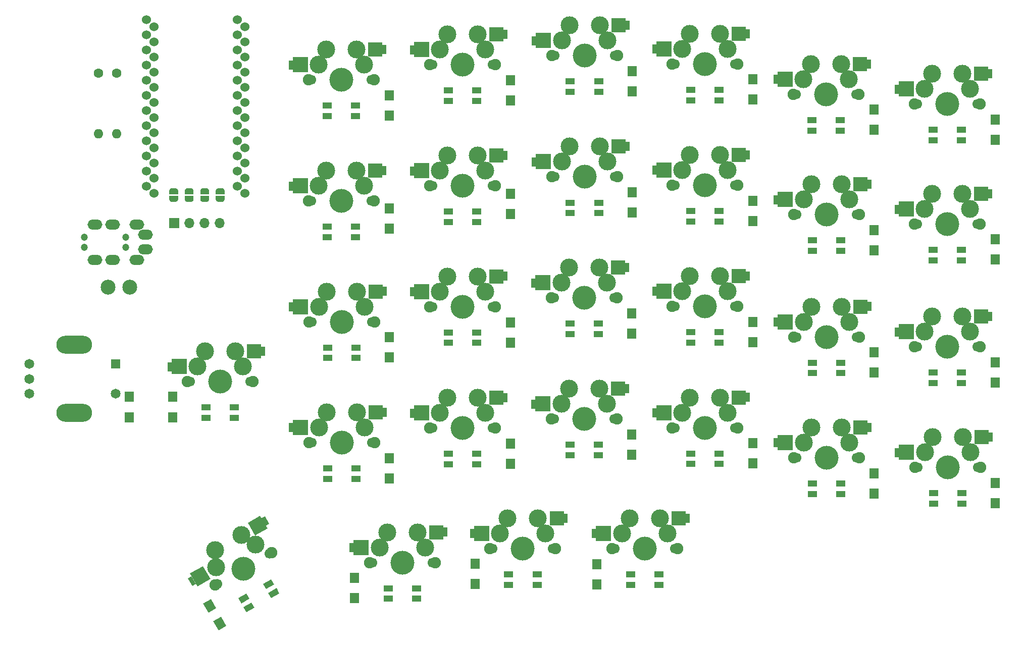
<source format=gbr>
%TF.GenerationSoftware,KiCad,Pcbnew,(5.1.8)-1*%
%TF.CreationDate,2020-12-16T21:53:35-07:00*%
%TF.ProjectId,RGBCakeBoard,52474243-616b-4654-926f-6172642e6b69,rev?*%
%TF.SameCoordinates,Original*%
%TF.FileFunction,Soldermask,Bot*%
%TF.FilePolarity,Negative*%
%FSLAX46Y46*%
G04 Gerber Fmt 4.6, Leading zero omitted, Abs format (unit mm)*
G04 Created by KiCad (PCBNEW (5.1.8)-1) date 2020-12-16 21:53:35*
%MOMM*%
%LPD*%
G01*
G04 APERTURE LIST*
%ADD10R,0.700000X1.500000*%
%ADD11C,3.000000*%
%ADD12C,0.100000*%
%ADD13R,2.500000X2.500000*%
%ADD14C,4.000000*%
%ADD15C,1.900000*%
%ADD16C,1.700000*%
%ADD17R,2.400000X2.400000*%
%ADD18C,0.100000*%
%ADD19R,1.500000X1.800000*%
%ADD20O,2.500000X1.700000*%
%ADD21C,1.200000*%
%ADD22O,1.600000X1.600000*%
%ADD23C,1.600000*%
%ADD24R,1.650000X1.650000*%
%ADD25C,1.650000*%
%ADD26O,6.000000X3.000000*%
%ADD27R,1.600000X1.000000*%
%ADD28C,1.524000*%
%ADD29O,1.700000X1.700000*%
%ADD30R,1.700000X1.700000*%
%ADD31C,2.499360*%
G04 APERTURE END LIST*
D10*
%TO.C,SW13*%
X88020000Y-106656500D03*
X103720000Y-104056500D03*
D11*
X100330000Y-106616500D03*
X100330000Y-106616500D03*
X93980000Y-104076500D03*
D12*
X100345000Y-106576500D03*
X92695000Y-106576500D03*
D13*
X89620000Y-106616500D03*
D11*
X99060000Y-104076500D03*
D14*
X96520000Y-109156500D03*
D15*
X91020000Y-109156500D03*
X102020000Y-109156500D03*
D16*
X101600000Y-109156500D03*
X91440000Y-109156500D03*
D11*
X92710000Y-106616499D03*
D17*
X102220000Y-104076500D03*
%TD*%
D18*
%TO.C,SW20*%
G36*
X91856618Y-143475660D02*
G01*
X91106618Y-142176622D01*
X91712836Y-141826622D01*
X92462836Y-143125660D01*
X91856618Y-143475660D01*
G37*
G36*
X104153217Y-133373994D02*
G01*
X103403217Y-132074956D01*
X104009435Y-131724956D01*
X104759435Y-133023994D01*
X104153217Y-133373994D01*
G37*
D11*
X102425500Y-136461500D03*
X102425500Y-136461500D03*
X95656238Y-137436796D03*
D12*
X102418490Y-136419359D03*
X95793396Y-140244359D03*
D18*
G36*
X93607900Y-140108968D02*
G01*
X94857900Y-142274032D01*
X92692836Y-143524032D01*
X91442836Y-141358968D01*
X93607900Y-140108968D01*
G37*
D11*
X100055648Y-134896796D03*
D14*
X100395943Y-140566205D03*
D15*
X95632803Y-143316205D03*
X105159083Y-137816205D03*
D16*
X104795352Y-138026205D03*
X95996534Y-143106205D03*
D11*
X95826386Y-140271500D03*
D18*
G36*
X103231518Y-131677566D02*
G01*
X104431518Y-133756026D01*
X102353058Y-134956026D01*
X101153058Y-132877566D01*
X103231518Y-131677566D01*
G37*
%TD*%
D19*
%TO.C,D18*%
X206184500Y-107618000D03*
X206184500Y-104218000D03*
%TD*%
D20*
%TO.C,J3*%
X83999500Y-86999500D03*
X82499500Y-82799500D03*
X78499500Y-82799500D03*
X75499500Y-82799500D03*
D21*
X80699500Y-84899500D03*
X73699500Y-84899500D03*
D20*
X78499500Y-88749500D03*
X75499500Y-88749500D03*
X83999500Y-84549500D03*
X82499500Y-88749500D03*
D21*
X73699500Y-86649500D03*
X80699500Y-86649500D03*
%TD*%
D22*
%TO.C,R2*%
X79184500Y-67564000D03*
D23*
X79184500Y-57404000D03*
%TD*%
D22*
%TO.C,R1*%
X76136500Y-67564000D03*
D23*
X76136500Y-57404000D03*
%TD*%
D24*
%TO.C,SW31*%
X79009000Y-106212000D03*
D25*
X79009000Y-111212000D03*
X64509000Y-106212000D03*
X64509000Y-108712000D03*
X64509000Y-111212000D03*
D26*
X72009000Y-103012000D03*
X72009000Y-114412000D03*
%TD*%
D19*
%TO.C,D57*%
X81305400Y-115134600D03*
X81305400Y-111734600D03*
%TD*%
D18*
%TO.C,JP5*%
G36*
X87960102Y-77201000D02*
G01*
X87960102Y-77176466D01*
X87964912Y-77127635D01*
X87974484Y-77079510D01*
X87988728Y-77032555D01*
X88007505Y-76987222D01*
X88030636Y-76943949D01*
X88057896Y-76903150D01*
X88089024Y-76865221D01*
X88123721Y-76830524D01*
X88161650Y-76799396D01*
X88202449Y-76772136D01*
X88245722Y-76749005D01*
X88291055Y-76730228D01*
X88338010Y-76715984D01*
X88386135Y-76706412D01*
X88434966Y-76701602D01*
X88459500Y-76701602D01*
X88459500Y-76701000D01*
X88959500Y-76701000D01*
X88959500Y-76701602D01*
X88984034Y-76701602D01*
X89032865Y-76706412D01*
X89080990Y-76715984D01*
X89127945Y-76730228D01*
X89173278Y-76749005D01*
X89216551Y-76772136D01*
X89257350Y-76799396D01*
X89295279Y-76830524D01*
X89329976Y-76865221D01*
X89361104Y-76903150D01*
X89388364Y-76943949D01*
X89411495Y-76987222D01*
X89430272Y-77032555D01*
X89444516Y-77079510D01*
X89454088Y-77127635D01*
X89458898Y-77176466D01*
X89458898Y-77201000D01*
X89459500Y-77201000D01*
X89459500Y-77701000D01*
X87959500Y-77701000D01*
X87959500Y-77201000D01*
X87960102Y-77201000D01*
G37*
G36*
X89459500Y-78001000D02*
G01*
X89459500Y-78501000D01*
X89458898Y-78501000D01*
X89458898Y-78525534D01*
X89454088Y-78574365D01*
X89444516Y-78622490D01*
X89430272Y-78669445D01*
X89411495Y-78714778D01*
X89388364Y-78758051D01*
X89361104Y-78798850D01*
X89329976Y-78836779D01*
X89295279Y-78871476D01*
X89257350Y-78902604D01*
X89216551Y-78929864D01*
X89173278Y-78952995D01*
X89127945Y-78971772D01*
X89080990Y-78986016D01*
X89032865Y-78995588D01*
X88984034Y-79000398D01*
X88959500Y-79000398D01*
X88959500Y-79001000D01*
X88459500Y-79001000D01*
X88459500Y-79000398D01*
X88434966Y-79000398D01*
X88386135Y-78995588D01*
X88338010Y-78986016D01*
X88291055Y-78971772D01*
X88245722Y-78952995D01*
X88202449Y-78929864D01*
X88161650Y-78902604D01*
X88123721Y-78871476D01*
X88089024Y-78836779D01*
X88057896Y-78798850D01*
X88030636Y-78758051D01*
X88007505Y-78714778D01*
X87988728Y-78669445D01*
X87974484Y-78622490D01*
X87964912Y-78574365D01*
X87960102Y-78525534D01*
X87960102Y-78501000D01*
X87959500Y-78501000D01*
X87959500Y-78001000D01*
X89459500Y-78001000D01*
G37*
%TD*%
%TO.C,JP4*%
G36*
X90563602Y-77216000D02*
G01*
X90563602Y-77191466D01*
X90568412Y-77142635D01*
X90577984Y-77094510D01*
X90592228Y-77047555D01*
X90611005Y-77002222D01*
X90634136Y-76958949D01*
X90661396Y-76918150D01*
X90692524Y-76880221D01*
X90727221Y-76845524D01*
X90765150Y-76814396D01*
X90805949Y-76787136D01*
X90849222Y-76764005D01*
X90894555Y-76745228D01*
X90941510Y-76730984D01*
X90989635Y-76721412D01*
X91038466Y-76716602D01*
X91063000Y-76716602D01*
X91063000Y-76716000D01*
X91563000Y-76716000D01*
X91563000Y-76716602D01*
X91587534Y-76716602D01*
X91636365Y-76721412D01*
X91684490Y-76730984D01*
X91731445Y-76745228D01*
X91776778Y-76764005D01*
X91820051Y-76787136D01*
X91860850Y-76814396D01*
X91898779Y-76845524D01*
X91933476Y-76880221D01*
X91964604Y-76918150D01*
X91991864Y-76958949D01*
X92014995Y-77002222D01*
X92033772Y-77047555D01*
X92048016Y-77094510D01*
X92057588Y-77142635D01*
X92062398Y-77191466D01*
X92062398Y-77216000D01*
X92063000Y-77216000D01*
X92063000Y-77716000D01*
X90563000Y-77716000D01*
X90563000Y-77216000D01*
X90563602Y-77216000D01*
G37*
G36*
X92063000Y-78016000D02*
G01*
X92063000Y-78516000D01*
X92062398Y-78516000D01*
X92062398Y-78540534D01*
X92057588Y-78589365D01*
X92048016Y-78637490D01*
X92033772Y-78684445D01*
X92014995Y-78729778D01*
X91991864Y-78773051D01*
X91964604Y-78813850D01*
X91933476Y-78851779D01*
X91898779Y-78886476D01*
X91860850Y-78917604D01*
X91820051Y-78944864D01*
X91776778Y-78967995D01*
X91731445Y-78986772D01*
X91684490Y-79001016D01*
X91636365Y-79010588D01*
X91587534Y-79015398D01*
X91563000Y-79015398D01*
X91563000Y-79016000D01*
X91063000Y-79016000D01*
X91063000Y-79015398D01*
X91038466Y-79015398D01*
X90989635Y-79010588D01*
X90941510Y-79001016D01*
X90894555Y-78986772D01*
X90849222Y-78967995D01*
X90805949Y-78944864D01*
X90765150Y-78917604D01*
X90727221Y-78886476D01*
X90692524Y-78851779D01*
X90661396Y-78813850D01*
X90634136Y-78773051D01*
X90611005Y-78729778D01*
X90592228Y-78684445D01*
X90577984Y-78637490D01*
X90568412Y-78589365D01*
X90563602Y-78540534D01*
X90563602Y-78516000D01*
X90563000Y-78516000D01*
X90563000Y-78016000D01*
X92063000Y-78016000D01*
G37*
%TD*%
%TO.C,JP3*%
G36*
X93167102Y-77216000D02*
G01*
X93167102Y-77191466D01*
X93171912Y-77142635D01*
X93181484Y-77094510D01*
X93195728Y-77047555D01*
X93214505Y-77002222D01*
X93237636Y-76958949D01*
X93264896Y-76918150D01*
X93296024Y-76880221D01*
X93330721Y-76845524D01*
X93368650Y-76814396D01*
X93409449Y-76787136D01*
X93452722Y-76764005D01*
X93498055Y-76745228D01*
X93545010Y-76730984D01*
X93593135Y-76721412D01*
X93641966Y-76716602D01*
X93666500Y-76716602D01*
X93666500Y-76716000D01*
X94166500Y-76716000D01*
X94166500Y-76716602D01*
X94191034Y-76716602D01*
X94239865Y-76721412D01*
X94287990Y-76730984D01*
X94334945Y-76745228D01*
X94380278Y-76764005D01*
X94423551Y-76787136D01*
X94464350Y-76814396D01*
X94502279Y-76845524D01*
X94536976Y-76880221D01*
X94568104Y-76918150D01*
X94595364Y-76958949D01*
X94618495Y-77002222D01*
X94637272Y-77047555D01*
X94651516Y-77094510D01*
X94661088Y-77142635D01*
X94665898Y-77191466D01*
X94665898Y-77216000D01*
X94666500Y-77216000D01*
X94666500Y-77716000D01*
X93166500Y-77716000D01*
X93166500Y-77216000D01*
X93167102Y-77216000D01*
G37*
G36*
X94666500Y-78016000D02*
G01*
X94666500Y-78516000D01*
X94665898Y-78516000D01*
X94665898Y-78540534D01*
X94661088Y-78589365D01*
X94651516Y-78637490D01*
X94637272Y-78684445D01*
X94618495Y-78729778D01*
X94595364Y-78773051D01*
X94568104Y-78813850D01*
X94536976Y-78851779D01*
X94502279Y-78886476D01*
X94464350Y-78917604D01*
X94423551Y-78944864D01*
X94380278Y-78967995D01*
X94334945Y-78986772D01*
X94287990Y-79001016D01*
X94239865Y-79010588D01*
X94191034Y-79015398D01*
X94166500Y-79015398D01*
X94166500Y-79016000D01*
X93666500Y-79016000D01*
X93666500Y-79015398D01*
X93641966Y-79015398D01*
X93593135Y-79010588D01*
X93545010Y-79001016D01*
X93498055Y-78986772D01*
X93452722Y-78967995D01*
X93409449Y-78944864D01*
X93368650Y-78917604D01*
X93330721Y-78886476D01*
X93296024Y-78851779D01*
X93264896Y-78813850D01*
X93237636Y-78773051D01*
X93214505Y-78729778D01*
X93195728Y-78684445D01*
X93181484Y-78637490D01*
X93171912Y-78589365D01*
X93167102Y-78540534D01*
X93167102Y-78516000D01*
X93166500Y-78516000D01*
X93166500Y-78016000D01*
X94666500Y-78016000D01*
G37*
%TD*%
%TO.C,JP2*%
G36*
X95770602Y-77201000D02*
G01*
X95770602Y-77176466D01*
X95775412Y-77127635D01*
X95784984Y-77079510D01*
X95799228Y-77032555D01*
X95818005Y-76987222D01*
X95841136Y-76943949D01*
X95868396Y-76903150D01*
X95899524Y-76865221D01*
X95934221Y-76830524D01*
X95972150Y-76799396D01*
X96012949Y-76772136D01*
X96056222Y-76749005D01*
X96101555Y-76730228D01*
X96148510Y-76715984D01*
X96196635Y-76706412D01*
X96245466Y-76701602D01*
X96270000Y-76701602D01*
X96270000Y-76701000D01*
X96770000Y-76701000D01*
X96770000Y-76701602D01*
X96794534Y-76701602D01*
X96843365Y-76706412D01*
X96891490Y-76715984D01*
X96938445Y-76730228D01*
X96983778Y-76749005D01*
X97027051Y-76772136D01*
X97067850Y-76799396D01*
X97105779Y-76830524D01*
X97140476Y-76865221D01*
X97171604Y-76903150D01*
X97198864Y-76943949D01*
X97221995Y-76987222D01*
X97240772Y-77032555D01*
X97255016Y-77079510D01*
X97264588Y-77127635D01*
X97269398Y-77176466D01*
X97269398Y-77201000D01*
X97270000Y-77201000D01*
X97270000Y-77701000D01*
X95770000Y-77701000D01*
X95770000Y-77201000D01*
X95770602Y-77201000D01*
G37*
G36*
X97270000Y-78001000D02*
G01*
X97270000Y-78501000D01*
X97269398Y-78501000D01*
X97269398Y-78525534D01*
X97264588Y-78574365D01*
X97255016Y-78622490D01*
X97240772Y-78669445D01*
X97221995Y-78714778D01*
X97198864Y-78758051D01*
X97171604Y-78798850D01*
X97140476Y-78836779D01*
X97105779Y-78871476D01*
X97067850Y-78902604D01*
X97027051Y-78929864D01*
X96983778Y-78952995D01*
X96938445Y-78971772D01*
X96891490Y-78986016D01*
X96843365Y-78995588D01*
X96794534Y-79000398D01*
X96770000Y-79000398D01*
X96770000Y-79001000D01*
X96270000Y-79001000D01*
X96270000Y-79000398D01*
X96245466Y-79000398D01*
X96196635Y-78995588D01*
X96148510Y-78986016D01*
X96101555Y-78971772D01*
X96056222Y-78952995D01*
X96012949Y-78929864D01*
X95972150Y-78902604D01*
X95934221Y-78871476D01*
X95899524Y-78836779D01*
X95868396Y-78798850D01*
X95841136Y-78758051D01*
X95818005Y-78714778D01*
X95799228Y-78669445D01*
X95784984Y-78622490D01*
X95775412Y-78574365D01*
X95770602Y-78525534D01*
X95770602Y-78501000D01*
X95770000Y-78501000D01*
X95770000Y-78001000D01*
X97270000Y-78001000D01*
G37*
%TD*%
D10*
%TO.C,SW16*%
X149043500Y-92623000D03*
X164743500Y-90023000D03*
D11*
X161353500Y-92583000D03*
X161353500Y-92583000D03*
X155003500Y-90043000D03*
D12*
X161368500Y-92543000D03*
X153718500Y-92543000D03*
D13*
X150643500Y-92583000D03*
D11*
X160083500Y-90043000D03*
D14*
X157543500Y-95123000D03*
D15*
X152043500Y-95123000D03*
X163043500Y-95123000D03*
D16*
X162623500Y-95123000D03*
X152463500Y-95123000D03*
D11*
X153733500Y-92582999D03*
D17*
X163243500Y-90043000D03*
%TD*%
D27*
%TO.C,D58*%
X165303500Y-141492000D03*
X165303500Y-143242000D03*
X170103500Y-143242000D03*
X170103500Y-141492000D03*
%TD*%
%TO.C,D57*%
X144856500Y-141492000D03*
X144856500Y-143242000D03*
X149656500Y-143242000D03*
X149656500Y-141492000D03*
%TD*%
D28*
%TO.C,U1*%
X99377500Y-48450500D03*
X99377500Y-50990500D03*
X99377500Y-53530500D03*
X99377500Y-56070500D03*
X99377500Y-58610500D03*
X99377500Y-61150500D03*
X99377500Y-63690500D03*
X99377500Y-66230500D03*
X99377500Y-68770500D03*
X99377500Y-71310500D03*
X99377500Y-73850500D03*
X99377500Y-76390500D03*
X84137500Y-76390500D03*
X84137500Y-73850500D03*
X84137500Y-71310500D03*
X84137500Y-68770500D03*
X84137500Y-66230500D03*
X84137500Y-63690500D03*
X84137500Y-61150500D03*
X84137500Y-58610500D03*
X84137500Y-56070500D03*
X84137500Y-53530500D03*
X84137500Y-50990500D03*
X84137500Y-48450500D03*
X100676315Y-59806245D03*
X100676315Y-64886245D03*
X85436315Y-49646245D03*
X100676315Y-52186245D03*
X100676315Y-75046245D03*
X85436315Y-77586245D03*
X100676315Y-67426245D03*
X100676315Y-69966245D03*
X85436315Y-67426245D03*
X85436315Y-72506245D03*
X85436315Y-59806245D03*
X85436315Y-57266245D03*
X85436315Y-52186245D03*
X85436315Y-62346245D03*
X100676315Y-77586245D03*
X85436315Y-69966245D03*
X100676315Y-49646245D03*
X100676315Y-54726245D03*
X85436315Y-75046245D03*
X100676315Y-57266245D03*
X100676315Y-62346245D03*
X85436315Y-64886245D03*
X100676315Y-72506245D03*
X85436315Y-54726245D03*
%TD*%
D29*
%TO.C,J4*%
X96456500Y-82550000D03*
X93916500Y-82550000D03*
X91376500Y-82550000D03*
D30*
X88836500Y-82550000D03*
%TD*%
D19*
%TO.C,D29*%
X159702500Y-143163500D03*
X159702500Y-139763500D03*
%TD*%
%TO.C,D28*%
X139255500Y-143114500D03*
X139255500Y-139714500D03*
%TD*%
%TO.C,D27*%
X119062500Y-145464000D03*
X119062500Y-142064000D03*
%TD*%
%TO.C,D26*%
X226504500Y-129574500D03*
X226504500Y-126174500D03*
%TD*%
%TO.C,D25*%
X206184500Y-127938000D03*
X206184500Y-124538000D03*
%TD*%
%TO.C,D24*%
X185801000Y-122843500D03*
X185801000Y-119443500D03*
%TD*%
%TO.C,D23*%
X165544500Y-121461000D03*
X165544500Y-118061000D03*
%TD*%
%TO.C,D22*%
X145161000Y-122985000D03*
X145161000Y-119585000D03*
%TD*%
%TO.C,D21*%
X124904500Y-125398000D03*
X124904500Y-121998000D03*
%TD*%
D18*
%TO.C,D20*%
G36*
X97556019Y-150137423D02*
G01*
X96256981Y-150887423D01*
X95356981Y-149328577D01*
X96656019Y-148578577D01*
X97556019Y-150137423D01*
G37*
G36*
X95856019Y-147192937D02*
G01*
X94556981Y-147942937D01*
X93656981Y-146384091D01*
X94956019Y-145634091D01*
X95856019Y-147192937D01*
G37*
%TD*%
D19*
%TO.C,D19*%
X226441000Y-109332500D03*
X226441000Y-105932500D03*
%TD*%
%TO.C,D17*%
X185801000Y-102538000D03*
X185801000Y-99138000D03*
%TD*%
%TO.C,D16*%
X165544500Y-101141000D03*
X165544500Y-97741000D03*
%TD*%
%TO.C,D15*%
X145161000Y-102616000D03*
X145161000Y-99216000D03*
%TD*%
%TO.C,D14*%
X124904500Y-105078000D03*
X124904500Y-101678000D03*
%TD*%
%TO.C,D13*%
X88519000Y-115125500D03*
X88519000Y-111725500D03*
%TD*%
%TO.C,D12*%
X226441000Y-88695000D03*
X226441000Y-85295000D03*
%TD*%
%TO.C,D11*%
X206184500Y-87171000D03*
X206184500Y-83771000D03*
%TD*%
%TO.C,D10*%
X185801000Y-82218000D03*
X185801000Y-78818000D03*
%TD*%
%TO.C,D9*%
X165608000Y-80806500D03*
X165608000Y-77406500D03*
%TD*%
%TO.C,D8*%
X145161000Y-81075000D03*
X145161000Y-77675000D03*
%TD*%
%TO.C,D7*%
X124841000Y-83537000D03*
X124841000Y-80137000D03*
%TD*%
%TO.C,D6*%
X226441000Y-68580000D03*
X226441000Y-65180000D03*
%TD*%
%TO.C,D5*%
X206121000Y-66929000D03*
X206121000Y-63529000D03*
%TD*%
%TO.C,D4*%
X185801000Y-61849000D03*
X185801000Y-58449000D03*
%TD*%
%TO.C,D3*%
X165608000Y-60452000D03*
X165608000Y-57052000D03*
%TD*%
%TO.C,D2*%
X145161000Y-61976000D03*
X145161000Y-58576000D03*
%TD*%
%TO.C,D1*%
X124841000Y-64516000D03*
X124841000Y-61116000D03*
%TD*%
D31*
%TO.C,J2*%
X77724000Y-93345000D03*
%TD*%
%TO.C,J1*%
X81343500Y-93345000D03*
%TD*%
D27*
%TO.C,D56*%
X124663500Y-143841500D03*
X124663500Y-145591500D03*
X129463500Y-145591500D03*
X129463500Y-143841500D03*
%TD*%
D18*
%TO.C,D55*%
G36*
X100923859Y-144706715D02*
G01*
X101423859Y-145572741D01*
X100038219Y-146372741D01*
X99538219Y-145506715D01*
X100923859Y-144706715D01*
G37*
G36*
X101798859Y-146222259D02*
G01*
X102298859Y-147088285D01*
X100913219Y-147888285D01*
X100413219Y-147022259D01*
X101798859Y-146222259D01*
G37*
G36*
X105955781Y-143822259D02*
G01*
X106455781Y-144688285D01*
X105070141Y-145488285D01*
X104570141Y-144622259D01*
X105955781Y-143822259D01*
G37*
G36*
X105080781Y-142306715D02*
G01*
X105580781Y-143172741D01*
X104195141Y-143972741D01*
X103695141Y-143106715D01*
X105080781Y-142306715D01*
G37*
%TD*%
D27*
%TO.C,D54*%
X119303500Y-125462000D03*
X119303500Y-123712000D03*
X114503500Y-123712000D03*
X114503500Y-125462000D03*
%TD*%
%TO.C,D53*%
X139560000Y-123049000D03*
X139560000Y-121299000D03*
X134760000Y-121299000D03*
X134760000Y-123049000D03*
%TD*%
%TO.C,D52*%
X159943500Y-121525000D03*
X159943500Y-119775000D03*
X155143500Y-119775000D03*
X155143500Y-121525000D03*
%TD*%
%TO.C,D51*%
X180200000Y-122985500D03*
X180200000Y-121235500D03*
X175400000Y-121235500D03*
X175400000Y-122985500D03*
%TD*%
%TO.C,D50*%
X200583500Y-128002000D03*
X200583500Y-126252000D03*
X195783500Y-126252000D03*
X195783500Y-128002000D03*
%TD*%
%TO.C,D49*%
X220903500Y-129653000D03*
X220903500Y-127903000D03*
X216103500Y-127903000D03*
X216103500Y-129653000D03*
%TD*%
%TO.C,D48*%
X216040000Y-107646500D03*
X216040000Y-109396500D03*
X220840000Y-109396500D03*
X220840000Y-107646500D03*
%TD*%
%TO.C,D47*%
X195783500Y-105995500D03*
X195783500Y-107745500D03*
X200583500Y-107745500D03*
X200583500Y-105995500D03*
%TD*%
%TO.C,D46*%
X175400000Y-100852000D03*
X175400000Y-102602000D03*
X180200000Y-102602000D03*
X180200000Y-100852000D03*
%TD*%
%TO.C,D45*%
X155143500Y-99455000D03*
X155143500Y-101205000D03*
X159943500Y-101205000D03*
X159943500Y-99455000D03*
%TD*%
%TO.C,D44*%
X134760000Y-100915500D03*
X134760000Y-102665500D03*
X139560000Y-102665500D03*
X139560000Y-100915500D03*
%TD*%
%TO.C,D43*%
X114503500Y-103455500D03*
X114503500Y-105205500D03*
X119303500Y-105205500D03*
X119303500Y-103455500D03*
%TD*%
%TO.C,D42*%
X98920000Y-115238500D03*
X98920000Y-113488500D03*
X94120000Y-113488500D03*
X94120000Y-115238500D03*
%TD*%
%TO.C,D41*%
X119240000Y-84949000D03*
X119240000Y-83199000D03*
X114440000Y-83199000D03*
X114440000Y-84949000D03*
%TD*%
%TO.C,D40*%
X139560000Y-82409000D03*
X139560000Y-80659000D03*
X134760000Y-80659000D03*
X134760000Y-82409000D03*
%TD*%
%TO.C,D39*%
X160020000Y-80899000D03*
X160020000Y-79149000D03*
X155220000Y-79149000D03*
X155220000Y-80899000D03*
%TD*%
%TO.C,D38*%
X180200000Y-82282000D03*
X180200000Y-80532000D03*
X175400000Y-80532000D03*
X175400000Y-82282000D03*
%TD*%
%TO.C,D37*%
X200583500Y-87235000D03*
X200583500Y-85485000D03*
X195783500Y-85485000D03*
X195783500Y-87235000D03*
%TD*%
%TO.C,D36*%
X220840000Y-88822500D03*
X220840000Y-87072500D03*
X216040000Y-87072500D03*
X216040000Y-88822500D03*
%TD*%
%TO.C,D35*%
X216040000Y-66943000D03*
X216040000Y-68693000D03*
X220840000Y-68693000D03*
X220840000Y-66943000D03*
%TD*%
%TO.C,D34*%
X195720000Y-65292000D03*
X195720000Y-67042000D03*
X200520000Y-67042000D03*
X200520000Y-65292000D03*
%TD*%
%TO.C,D33*%
X175400000Y-60212000D03*
X175400000Y-61962000D03*
X180200000Y-61962000D03*
X180200000Y-60212000D03*
%TD*%
%TO.C,D32*%
X155207000Y-58815000D03*
X155207000Y-60565000D03*
X160007000Y-60565000D03*
X160007000Y-58815000D03*
%TD*%
%TO.C,D31*%
X134760000Y-60339000D03*
X134760000Y-62089000D03*
X139560000Y-62089000D03*
X139560000Y-60339000D03*
%TD*%
%TO.C,D30*%
X114440000Y-62879000D03*
X114440000Y-64629000D03*
X119240000Y-64629000D03*
X119240000Y-62879000D03*
%TD*%
D10*
%TO.C,SW29*%
X159203500Y-134660000D03*
X174903500Y-132060000D03*
D11*
X171513500Y-134620000D03*
X171513500Y-134620000D03*
X165163500Y-132080000D03*
D12*
X171528500Y-134580000D03*
X163878500Y-134580000D03*
D13*
X160803500Y-134620000D03*
D11*
X170243500Y-132080000D03*
D14*
X167703500Y-137160000D03*
D15*
X162203500Y-137160000D03*
X173203500Y-137160000D03*
D16*
X172783500Y-137160000D03*
X162623500Y-137160000D03*
D11*
X163893500Y-134619999D03*
D17*
X173403500Y-132080000D03*
%TD*%
D10*
%TO.C,SW28*%
X138756500Y-134660000D03*
X154456500Y-132060000D03*
D11*
X151066500Y-134620000D03*
X151066500Y-134620000D03*
X144716500Y-132080000D03*
D12*
X151081500Y-134580000D03*
X143431500Y-134580000D03*
D13*
X140356500Y-134620000D03*
D11*
X149796500Y-132080000D03*
D14*
X147256500Y-137160000D03*
D15*
X141756500Y-137160000D03*
X152756500Y-137160000D03*
D16*
X152336500Y-137160000D03*
X142176500Y-137160000D03*
D11*
X143446500Y-134619999D03*
D17*
X152956500Y-132080000D03*
%TD*%
D10*
%TO.C,SW27*%
X118563500Y-137009500D03*
X134263500Y-134409500D03*
D11*
X130873500Y-136969500D03*
X130873500Y-136969500D03*
X124523500Y-134429500D03*
D12*
X130888500Y-136929500D03*
X123238500Y-136929500D03*
D13*
X120163500Y-136969500D03*
D11*
X129603500Y-134429500D03*
D14*
X127063500Y-139509500D03*
D15*
X121563500Y-139509500D03*
X132563500Y-139509500D03*
D16*
X132143500Y-139509500D03*
X121983500Y-139509500D03*
D11*
X123253500Y-136969499D03*
D17*
X132763500Y-134429500D03*
%TD*%
D10*
%TO.C,SW26*%
X210003500Y-121071000D03*
X225703500Y-118471000D03*
D11*
X222313500Y-121031000D03*
X222313500Y-121031000D03*
X215963500Y-118491000D03*
D12*
X222328500Y-120991000D03*
X214678500Y-120991000D03*
D13*
X211603500Y-121031000D03*
D11*
X221043500Y-118491000D03*
D14*
X218503500Y-123571000D03*
D15*
X213003500Y-123571000D03*
X224003500Y-123571000D03*
D16*
X223583500Y-123571000D03*
X213423500Y-123571000D03*
D11*
X214693500Y-121030999D03*
D17*
X224203500Y-118491000D03*
%TD*%
D10*
%TO.C,SW25*%
X189683500Y-119420000D03*
X205383500Y-116820000D03*
D11*
X201993500Y-119380000D03*
X201993500Y-119380000D03*
X195643500Y-116840000D03*
D12*
X202008500Y-119340000D03*
X194358500Y-119340000D03*
D13*
X191283500Y-119380000D03*
D11*
X200723500Y-116840000D03*
D14*
X198183500Y-121920000D03*
D15*
X192683500Y-121920000D03*
X203683500Y-121920000D03*
D16*
X203263500Y-121920000D03*
X193103500Y-121920000D03*
D11*
X194373500Y-119379999D03*
D17*
X203883500Y-116840000D03*
%TD*%
D10*
%TO.C,SW24*%
X169300000Y-114403500D03*
X185000000Y-111803500D03*
D11*
X181610000Y-114363500D03*
X181610000Y-114363500D03*
X175260000Y-111823500D03*
D12*
X181625000Y-114323500D03*
X173975000Y-114323500D03*
D13*
X170900000Y-114363500D03*
D11*
X180340000Y-111823500D03*
D14*
X177800000Y-116903500D03*
D15*
X172300000Y-116903500D03*
X183300000Y-116903500D03*
D16*
X182880000Y-116903500D03*
X172720000Y-116903500D03*
D11*
X173990000Y-114363499D03*
D17*
X183500000Y-111823500D03*
%TD*%
D10*
%TO.C,SW23*%
X149043500Y-112943000D03*
X164743500Y-110343000D03*
D11*
X161353500Y-112903000D03*
X161353500Y-112903000D03*
X155003500Y-110363000D03*
D12*
X161368500Y-112863000D03*
X153718500Y-112863000D03*
D13*
X150643500Y-112903000D03*
D11*
X160083500Y-110363000D03*
D14*
X157543500Y-115443000D03*
D15*
X152043500Y-115443000D03*
X163043500Y-115443000D03*
D16*
X162623500Y-115443000D03*
X152463500Y-115443000D03*
D11*
X153733500Y-112902999D03*
D17*
X163243500Y-110363000D03*
%TD*%
D10*
%TO.C,SW22*%
X128660000Y-114467000D03*
X144360000Y-111867000D03*
D11*
X140970000Y-114427000D03*
X140970000Y-114427000D03*
X134620000Y-111887000D03*
D12*
X140985000Y-114387000D03*
X133335000Y-114387000D03*
D13*
X130260000Y-114427000D03*
D11*
X139700000Y-111887000D03*
D14*
X137160000Y-116967000D03*
D15*
X131660000Y-116967000D03*
X142660000Y-116967000D03*
D16*
X142240000Y-116967000D03*
X132080000Y-116967000D03*
D11*
X133350000Y-114426999D03*
D17*
X142860000Y-111887000D03*
%TD*%
D10*
%TO.C,SW21*%
X108403500Y-116880000D03*
X124103500Y-114280000D03*
D11*
X120713500Y-116840000D03*
X120713500Y-116840000D03*
X114363500Y-114300000D03*
D12*
X120728500Y-116800000D03*
X113078500Y-116800000D03*
D13*
X110003500Y-116840000D03*
D11*
X119443500Y-114300000D03*
D14*
X116903500Y-119380000D03*
D15*
X111403500Y-119380000D03*
X122403500Y-119380000D03*
D16*
X121983500Y-119380000D03*
X111823500Y-119380000D03*
D11*
X113093500Y-116839999D03*
D17*
X122603500Y-114300000D03*
%TD*%
D10*
%TO.C,SW19*%
X209940000Y-100814500D03*
X225640000Y-98214500D03*
D11*
X222250000Y-100774500D03*
X222250000Y-100774500D03*
X215900000Y-98234500D03*
D12*
X222265000Y-100734500D03*
X214615000Y-100734500D03*
D13*
X211540000Y-100774500D03*
D11*
X220980000Y-98234500D03*
D14*
X218440000Y-103314500D03*
D15*
X212940000Y-103314500D03*
X223940000Y-103314500D03*
D16*
X223520000Y-103314500D03*
X213360000Y-103314500D03*
D11*
X214630000Y-100774499D03*
D17*
X224140000Y-98234500D03*
%TD*%
D10*
%TO.C,SW18*%
X189683500Y-99163500D03*
X205383500Y-96563500D03*
D11*
X201993500Y-99123500D03*
X201993500Y-99123500D03*
X195643500Y-96583500D03*
D12*
X202008500Y-99083500D03*
X194358500Y-99083500D03*
D13*
X191283500Y-99123500D03*
D11*
X200723500Y-96583500D03*
D14*
X198183500Y-101663500D03*
D15*
X192683500Y-101663500D03*
X203683500Y-101663500D03*
D16*
X203263500Y-101663500D03*
X193103500Y-101663500D03*
D11*
X194373500Y-99123499D03*
D17*
X203883500Y-96583500D03*
%TD*%
D10*
%TO.C,SW17*%
X169300000Y-94020000D03*
X185000000Y-91420000D03*
D11*
X181610000Y-93980000D03*
X181610000Y-93980000D03*
X175260000Y-91440000D03*
D12*
X181625000Y-93940000D03*
X173975000Y-93940000D03*
D13*
X170900000Y-93980000D03*
D11*
X180340000Y-91440000D03*
D14*
X177800000Y-96520000D03*
D15*
X172300000Y-96520000D03*
X183300000Y-96520000D03*
D16*
X182880000Y-96520000D03*
X172720000Y-96520000D03*
D11*
X173990000Y-93979999D03*
D17*
X183500000Y-91440000D03*
%TD*%
D10*
%TO.C,SW15*%
X128660000Y-94083500D03*
X144360000Y-91483500D03*
D11*
X140970000Y-94043500D03*
X140970000Y-94043500D03*
X134620000Y-91503500D03*
D12*
X140985000Y-94003500D03*
X133335000Y-94003500D03*
D13*
X130260000Y-94043500D03*
D11*
X139700000Y-91503500D03*
D14*
X137160000Y-96583500D03*
D15*
X131660000Y-96583500D03*
X142660000Y-96583500D03*
D16*
X142240000Y-96583500D03*
X132080000Y-96583500D03*
D11*
X133350000Y-94043499D03*
D17*
X142860000Y-91503500D03*
%TD*%
D10*
%TO.C,SW14*%
X108403500Y-96623500D03*
X124103500Y-94023500D03*
D11*
X120713500Y-96583500D03*
X120713500Y-96583500D03*
X114363500Y-94043500D03*
D12*
X120728500Y-96543500D03*
X113078500Y-96543500D03*
D13*
X110003500Y-96583500D03*
D11*
X119443500Y-94043500D03*
D14*
X116903500Y-99123500D03*
D15*
X111403500Y-99123500D03*
X122403500Y-99123500D03*
D16*
X121983500Y-99123500D03*
X111823500Y-99123500D03*
D11*
X113093500Y-96583499D03*
D17*
X122603500Y-94043500D03*
%TD*%
D10*
%TO.C,SW12*%
X209940000Y-80240500D03*
X225640000Y-77640500D03*
D11*
X222250000Y-80200500D03*
X222250000Y-80200500D03*
X215900000Y-77660500D03*
D12*
X222265000Y-80160500D03*
X214615000Y-80160500D03*
D13*
X211540000Y-80200500D03*
D11*
X220980000Y-77660500D03*
D14*
X218440000Y-82740500D03*
D15*
X212940000Y-82740500D03*
X223940000Y-82740500D03*
D16*
X223520000Y-82740500D03*
X213360000Y-82740500D03*
D11*
X214630000Y-80200499D03*
D17*
X224140000Y-77660500D03*
%TD*%
D10*
%TO.C,SW11*%
X189683500Y-78653000D03*
X205383500Y-76053000D03*
D11*
X201993500Y-78613000D03*
X201993500Y-78613000D03*
X195643500Y-76073000D03*
D12*
X202008500Y-78573000D03*
X194358500Y-78573000D03*
D13*
X191283500Y-78613000D03*
D11*
X200723500Y-76073000D03*
D14*
X198183500Y-81153000D03*
D15*
X192683500Y-81153000D03*
X203683500Y-81153000D03*
D16*
X203263500Y-81153000D03*
X193103500Y-81153000D03*
D11*
X194373500Y-78612999D03*
D17*
X203883500Y-76073000D03*
%TD*%
D10*
%TO.C,SW10*%
X169300000Y-73700000D03*
X185000000Y-71100000D03*
D11*
X181610000Y-73660000D03*
X181610000Y-73660000D03*
X175260000Y-71120000D03*
D12*
X181625000Y-73620000D03*
X173975000Y-73620000D03*
D13*
X170900000Y-73660000D03*
D11*
X180340000Y-71120000D03*
D14*
X177800000Y-76200000D03*
D15*
X172300000Y-76200000D03*
X183300000Y-76200000D03*
D16*
X182880000Y-76200000D03*
X172720000Y-76200000D03*
D11*
X173990000Y-73659999D03*
D17*
X183500000Y-71120000D03*
%TD*%
D10*
%TO.C,SW9*%
X149107000Y-72303000D03*
X164807000Y-69703000D03*
D11*
X161417000Y-72263000D03*
X161417000Y-72263000D03*
X155067000Y-69723000D03*
D12*
X161432000Y-72223000D03*
X153782000Y-72223000D03*
D13*
X150707000Y-72263000D03*
D11*
X160147000Y-69723000D03*
D14*
X157607000Y-74803000D03*
D15*
X152107000Y-74803000D03*
X163107000Y-74803000D03*
D16*
X162687000Y-74803000D03*
X152527000Y-74803000D03*
D11*
X153797000Y-72262999D03*
D17*
X163307000Y-69723000D03*
%TD*%
D10*
%TO.C,SW8*%
X128660000Y-73827000D03*
X144360000Y-71227000D03*
D11*
X140970000Y-73787000D03*
X140970000Y-73787000D03*
X134620000Y-71247000D03*
D12*
X140985000Y-73747000D03*
X133335000Y-73747000D03*
D13*
X130260000Y-73787000D03*
D11*
X139700000Y-71247000D03*
D14*
X137160000Y-76327000D03*
D15*
X131660000Y-76327000D03*
X142660000Y-76327000D03*
D16*
X142240000Y-76327000D03*
X132080000Y-76327000D03*
D11*
X133350000Y-73786999D03*
D17*
X142860000Y-71247000D03*
%TD*%
D10*
%TO.C,SW7*%
X108340000Y-76367000D03*
X124040000Y-73767000D03*
D11*
X120650000Y-76327000D03*
X120650000Y-76327000D03*
X114300000Y-73787000D03*
D12*
X120665000Y-76287000D03*
X113015000Y-76287000D03*
D13*
X109940000Y-76327000D03*
D11*
X119380000Y-73787000D03*
D14*
X116840000Y-78867000D03*
D15*
X111340000Y-78867000D03*
X122340000Y-78867000D03*
D16*
X121920000Y-78867000D03*
X111760000Y-78867000D03*
D11*
X113030000Y-76326999D03*
D17*
X122540000Y-73787000D03*
%TD*%
D10*
%TO.C,SW6*%
X209940000Y-60111000D03*
X225640000Y-57511000D03*
D11*
X222250000Y-60071000D03*
X222250000Y-60071000D03*
X215900000Y-57531000D03*
D12*
X222265000Y-60031000D03*
X214615000Y-60031000D03*
D13*
X211540000Y-60071000D03*
D11*
X220980000Y-57531000D03*
D14*
X218440000Y-62611000D03*
D15*
X212940000Y-62611000D03*
X223940000Y-62611000D03*
D16*
X223520000Y-62611000D03*
X213360000Y-62611000D03*
D11*
X214630000Y-60070999D03*
D17*
X224140000Y-57531000D03*
%TD*%
D10*
%TO.C,SW5*%
X189620000Y-58460000D03*
X205320000Y-55860000D03*
D11*
X201930000Y-58420000D03*
X201930000Y-58420000D03*
X195580000Y-55880000D03*
D12*
X201945000Y-58380000D03*
X194295000Y-58380000D03*
D13*
X191220000Y-58420000D03*
D11*
X200660000Y-55880000D03*
D14*
X198120000Y-60960000D03*
D15*
X192620000Y-60960000D03*
X203620000Y-60960000D03*
D16*
X203200000Y-60960000D03*
X193040000Y-60960000D03*
D11*
X194310000Y-58419999D03*
D17*
X203820000Y-55880000D03*
%TD*%
D10*
%TO.C,SW4*%
X169300000Y-53380000D03*
X185000000Y-50780000D03*
D11*
X181610000Y-53340000D03*
X181610000Y-53340000D03*
X175260000Y-50800000D03*
D12*
X181625000Y-53300000D03*
X173975000Y-53300000D03*
D13*
X170900000Y-53340000D03*
D11*
X180340000Y-50800000D03*
D14*
X177800000Y-55880000D03*
D15*
X172300000Y-55880000D03*
X183300000Y-55880000D03*
D16*
X182880000Y-55880000D03*
X172720000Y-55880000D03*
D11*
X173990000Y-53339999D03*
D17*
X183500000Y-50800000D03*
%TD*%
D10*
%TO.C,SW3*%
X149107000Y-51983001D03*
X164807000Y-49383001D03*
D11*
X161417000Y-51943001D03*
X161417000Y-51943001D03*
X155067000Y-49403001D03*
D12*
X161432000Y-51903001D03*
X153782000Y-51903001D03*
D13*
X150707000Y-51943001D03*
D11*
X160147000Y-49403001D03*
D14*
X157607000Y-54483001D03*
D15*
X152107000Y-54483001D03*
X163107000Y-54483001D03*
D16*
X162687000Y-54483001D03*
X152527000Y-54483001D03*
D11*
X153797000Y-51943000D03*
D17*
X163307000Y-49403001D03*
%TD*%
D10*
%TO.C,SW2*%
X128660000Y-53507000D03*
X144360000Y-50907000D03*
D11*
X140970000Y-53467000D03*
X140970000Y-53467000D03*
X134620000Y-50927000D03*
D12*
X140985000Y-53427000D03*
X133335000Y-53427000D03*
D13*
X130260000Y-53467000D03*
D11*
X139700000Y-50927000D03*
D14*
X137160000Y-56007000D03*
D15*
X131660000Y-56007000D03*
X142660000Y-56007000D03*
D16*
X142240000Y-56007000D03*
X132080000Y-56007000D03*
D11*
X133350000Y-53466999D03*
D17*
X142860000Y-50927000D03*
%TD*%
D10*
%TO.C,SW1*%
X108340000Y-56047000D03*
X124040000Y-53447000D03*
D11*
X120650000Y-56007000D03*
X120650000Y-56007000D03*
X114300000Y-53467000D03*
D12*
X120665000Y-55967000D03*
X113015000Y-55967000D03*
D13*
X109940000Y-56007000D03*
D11*
X119380000Y-53467000D03*
D14*
X116840000Y-58547000D03*
D15*
X111340000Y-58547000D03*
X122340000Y-58547000D03*
D16*
X121920000Y-58547000D03*
X111760000Y-58547000D03*
D11*
X113030000Y-56006999D03*
D17*
X122540000Y-53467000D03*
%TD*%
M02*

</source>
